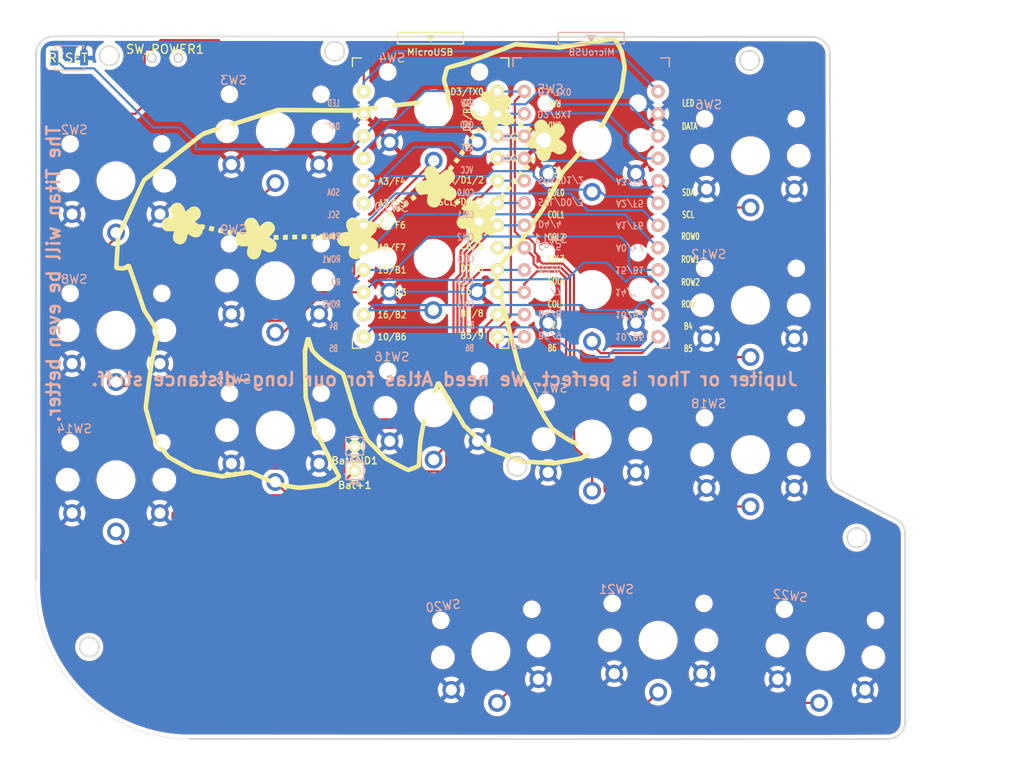
<source format=kicad_pcb>
(kicad_pcb (version 20211014) (generator pcbnew)
  (layers (0 "F.Cu" signal) (31 "B.Cu" signal) (34 "B.Paste" user) (35 "F.Paste" user) (36 "B.SilkS" user "B.Silkscreen") (37 "F.SilkS" user "F.Silkscreen") (38 "B.Mask" user) (39 "F.Mask" user) (44 "Edge.Cuts" user))
  (net 0 "")
  (net 1 "BT+")
  (net 2 "gnd")
  (net 3 "vcc")
  (net 4 "Switch18")
  (net 5 "reset")
  (net 6 "Switch1")
  (net 7 "Switch2")
  (net 8 "Switch3")
  (net 9 "Switch4")
  (net 10 "Switch5")
  (net 11 "Switch6")
  (net 12 "Switch7")
  (net 13 "Switch8")
  (net 14 "Switch9")
  (net 15 "Switch10")
  (net 16 "Switch11")
  (net 17 "Switch12")
  (net 18 "Switch13")
  (net 19 "Switch14")
  (net 20 "Switch15")
  (net 21 "Switch16")
  (net 22 "Switch17")
  (net 23 "Net-(SW_POWER1-Pad1)")
  (net 24 "raw")
  (footprint "kbd:1pin_conn" (layer "F.Cu") (at 56.896 67.564)
    (fp_text reference "Bat+1")
    (fp_text value "MountingHole_Pad" hide)
  )
  (footprint "kbd:1pin_conn" (layer "F.Cu") (at 56.896 64.77)
    (fp_text reference "BatGND1")
    (fp_text value "MountingHole_Pad" hide)
  )
  (footprint "Kailh:SW_PG1350_rev_DPB" (layer "F.Cu") (at 29.718 34.552)
    (fp_text reference "SW2" hide)
    (fp_text value "SW_Push" hide)
  )
  (footprint "Kailh:SW_PG1350_rev_DPB" (layer "F.Cu") (at 47.852 28.906)
    (fp_text reference "SW3" hide)
    (fp_text value "SW_Push" hide)
  )
  (footprint "Kailh:SW_PG1350_rev_DPB" (layer "F.Cu") (at 65.886 26.366)
    (fp_text reference "SW4" hide)
    (fp_text value "SW_Push" hide)
  )
  (footprint "Kailh:SW_PG1350_rev_DPB" (layer "F.Cu") (at 83.92 29.922)
    (fp_text reference "SW5" hide)
    (fp_text value "SW_Push" hide)
  )
  (footprint "Kailh:SW_PG1350_rev_DPB" (layer "F.Cu") (at 101.954 31.7)
    (fp_text reference "SW6" hide)
    (fp_text value "SW_Push" hide)
  )
  (footprint "Kailh:SW_PG1350_rev_DPB" (layer "F.Cu") (at 29.718 51.57)
    (fp_text reference "SW8" hide)
    (fp_text value "SW_Push" hide)
  )
  (footprint "Kailh:SW_PG1350_rev_DPB" (layer "F.Cu") (at 47.852 45.924)
    (fp_text reference "SW9" hide)
    (fp_text value "SW_Push" hide)
  )
  (footprint "Kailh:SW_PG1350_rev_DPB" (layer "F.Cu") (at 65.836 43.384)
    (fp_text reference "SW10" hide)
    (fp_text value "SW_Push" hide)
  )
  (footprint "Kailh:SW_PG1350_rev_DPB" (layer "F.Cu") (at 83.92 46.94)
    (fp_text reference "SW11" hide)
    (fp_text value "SW_Push" hide)
  )
  (footprint "Kailh:SW_PG1350_rev_DPB" (layer "F.Cu") (at 101.954 48.718)
    (fp_text reference "SW12" hide)
    (fp_text value "SW_Push" hide)
  )
  (footprint "Kailh:SW_PG1350_rev_DPB" (layer "F.Cu") (at 29.718 68.588)
    (fp_text reference "SW14" hide)
    (fp_text value "SW_Push" hide)
  )
  (footprint "Kailh:SW_PG1350_rev_DPB" (layer "F.Cu") (at 47.852 62.942)
    (fp_text reference "SW15" hide)
    (fp_text value "SW_Push" hide)
  )
  (footprint "Kailh:SW_PG1350_rev_DPB" (layer "F.Cu") (at 65.886 60.402)
    (fp_text reference "SW16" hide)
    (fp_text value "SW_Push" hide)
  )
  (footprint "Kailh:SW_PG1350_rev_DPB" (layer "F.Cu") (at 83.92 63.958)
    (fp_text reference "SW17" hide)
    (fp_text value "SW_Push" hide)
  )
  (footprint "Kailh:SW_PG1350_rev_DPB" (layer "F.Cu") (at 101.954 65.736)
    (fp_text reference "SW18" hide)
    (fp_text value "SW_Push" hide)
  )
  (footprint "Kailh:SW_PG1350_rev_DPB" (layer "F.Cu") (at 72.39 88.138 7)
    (fp_text reference "SW20" hide)
    (fp_text value "SW_Push" hide)
  )
  (footprint "Kailh:SW_PG1350_rev_DPB" (layer "F.Cu") (at 91.44 86.868)
    (fp_text reference "SW21" hide)
    (fp_text value "SW_Push" hide)
  )
  (footprint "Kailh:SPDT_C128955" (layer "F.Cu") (at 35.306 20.574)
    (fp_text reference "SW_POWER1")
    (fp_text value "SW_SPDT")
  )
  (footprint "Kailh:SW_PG1350_rev_DPB" (layer "F.Cu") (at 110.49 88.138 -7)
    (fp_text reference "SW22" hide)
    (fp_text value "SW_Push" hide)
  )
  (footprint "kbd:ProMicro_v3.5" (layer "F.Cu") (at 65.532 38.862)
    (fp_text reference "U1" hide)
    (fp_text value "ProMicro-kbd" hide)
  )
  (footprint "kbd:bear" (layer "F.Cu") (at 58.674 43.942)
    (fp_text reference "G***" hide)
    (fp_text value "LOGO" hide)
  )
  (footprint "kbd:SW_SPST_B3U-1000P" (layer "B.Cu") (at 24.384 20.574 180)
    (fp_text reference "RSW1" hide)
    (fp_text value "SW_Push")
  )
  (footprint "kbd:ProMicro_v3.5" (layer "B.Cu") (at 83.82 38.862 180)
    (fp_text reference "U1" hide)
    (fp_text value "ProMicro-kbd" hide)
  )
  (gr_circle (center 26.67 87.63) (end 27.77 87.63) (layer "Edge.Cuts") (width 0.2) (fill none))
  (gr_circle (center 75.354 67.056) (end 76.454 67.056) (layer "Edge.Cuts") (width 0.2) (fill none))
  (gr_circle (center 54.61 19.812) (end 55.71 19.812) (layer "Edge.Cuts") (width 0.2) (fill none))
  (gr_line (start 108.980713 98.138013) (end 117.567999 98.1079) (layer "Edge.Cuts") (width 0.2))
  (gr_arc (start 119.567999 96.1079) (mid 118.982213 97.522114) (end 117.567999 98.1079) (layer "Edge.Cuts") (width 0.2))
  (gr_circle (center 28.956 20.32) (end 30.056 20.32) (layer "Edge.Cuts") (width 0.2) (fill none))
  (gr_arc (start 118.851768 73.258298) (mid 119.380116 73.945596) (end 119.567999 74.7919) (layer "Edge.Cuts") (width 0.2))
  (gr_circle (center 101.847999 20.8539) (end 102.947999 20.8539) (layer "Edge.Cuts") (width 0.2) (fill none))
  (gr_line (start 108.999525 18.1764) (end 22.611511 18.109402) (layer "Edge.Cuts") (width 0.2))
  (gr_circle (center 114.046 75.184) (end 115.146 75.184) (layer "Edge.Cuts") (width 0.2) (fill none))
  (gr_arc (start 38.1 98.1) (mid 25.523719 92.783673) (end 20.574 80.058641) (layer "Edge.Cuts") (width 0.05))
  (gr_line (start 20.609999 20.1094) (end 20.574 80.058641) (layer "Edge.Cuts") (width 0.2))
  (gr_line (start 118.851768 73.258298) (end 111.79623 69.596) (layer "Edge.Cuts") (width 0.2))
  (gr_line (start 38.1 98.1) (end 108.980713 98.138013) (layer "Edge.Cuts") (width 0.2))
  (gr_line (start 119.567999 96.1079) (end 119.567999 74.7919) (layer "Edge.Cuts") (width 0.2))
  (gr_arc (start 108.999525 18.1764) (mid 110.412752 18.762725) (end 110.998 20.176399) (layer "Edge.Cuts") (width 0.2))
  (gr_arc (start 20.61 20.109391) (mid 21.196119 18.694444) (end 22.611511 18.109402) (layer "Edge.Cuts") (width 0.2))
  (gr_arc (start 111.79623 69.596) (mid 111.267882 68.908702) (end 111.079999 68.062398) (layer "Edge.Cuts") (width 0.2))
  (gr_line (start 111.079999 68.062398) (end 110.998 20.176399) (layer "Edge.Cuts") (width 0.2))
  (gr_text "Jupiter or Thor is perfect. We need Atlas for our long-distance stuff. " (at 66.548 57.15) (layer "B.SilkS") (effects (font (size 1.5 1.5) (thickness 0.3)) (justify mirror)))
  (gr_text "The Titan will be even better. " (at 22.606 45.72 90) (layer "B.SilkS") (effects (font (size 1.5 1.5) (thickness 0.3)) (justify mirror)))
  (segment (start 22.86 77.216) (end 21.59 75.946) (width 0.25) (layer "F.Cu") (net 1))
  (segment (start 37.059021 74.575389) (end 34.41841 77.216) (width 0.25) (layer "F.Cu") (net 1))
  (segment (start 37.059021 72.797389) (end 37.059021 74.575389) (width 0.25) (layer "F.Cu") (net 1))
  (segment (start 31.918 26.924) (end 34.556 24.286) (width 0.25) (layer "F.Cu") (net 1))
  (segment (start 34.41841 77.216) (end 22.86 77.216) (width 0.25) (layer "F.Cu") (net 1))
  (segment (start 56.896 67.564) (end 53.65199 70.80801) (width 0.25) (layer "F.Cu") (net 1))
  (segment (start 53.65199 70.80801) (end 39.0484 70.80801) (width 0.25) (layer "F.Cu") (net 1))
  (segment (start 21.844 26.924) (end 31.918 26.924) (width 0.25) (layer "F.Cu") (net 1))
  (segment (start 21.59 75.946) (end 21.59 27.178) (width 0.25) (layer "F.Cu") (net 1))
  (segment (start 39.0484 70.80801) (end 37.059021 72.797389) (width 0.25) (layer "F.Cu") (net 1))
  (segment (start 21.59 27.178) (end 21.844 26.924) (width 0.25) (layer "F.Cu") (net 1))
  (segment (start 34.556 24.286) (end 34.556 22.649) (width 0.25) (layer "F.Cu") (net 1))
  (segment (start 73.1434 29.464) (end 76.2086 29.464) (width 0.25) (layer "B.Cu") (net 2))
  (segment (start 73.1434 32.004) (end 76.2086 32.004) (width 0.25) (layer "B.Cu") (net 2))
  (segment (start 78.92 49.724) (end 88.92 49.724) (width 0.25) (layer "B.Cu") (net 2))
  (segment (start 70.836 47.184) (end 60.836 47.184) (width 0.25) (layer "B.Cu") (net 2))
  (segment (start 89.761666 32.004) (end 91.4286 32.004) (width 0.25) (layer "B.Cu") (net 3))
  (segment (start 64.949538 28.448) (end 72.550638 28.448) (width 0.25) (layer "B.Cu") (net 3))
  (segment (start 88.060833 29.287167) (end 88.060833 30.303167) (width 0.25) (layer "B.Cu") (net 3))
  (segment (start 57.9234 32.004) (end 57.9234 31.143918) (width 0.25) (layer "B.Cu") (net 3))
  (segment (start 87.806833 29.033167) (end 87.884 28.956) (width 0.25) (layer "B.Cu") (net 3))
  (segment (start 87.806833 29.033167) (end 88.060833 29.287167) (width 0.25) (layer "B.Cu") (net 3))
  (segment (start 64.695538 28.194) (end 64.949538 28.448) (width 0.25) (layer "B.Cu") (net 3))
  (segment (start 77.391666 28.194) (end 78.719167 26.866499) (width 0.25) (layer "B.Cu") (net 3))
  (segment (start 72.804638 28.194) (end 77.391666 28.194) (width 0.25) (layer "B.Cu") (net 3))
  (segment (start 85.640165 26.866499) (end 87.806833 29.033167) (width 0.25) (layer "B.Cu") (net 3))
  (segment (start 60.873318 28.194) (end 64.695538 28.194) (width 0.25) (layer "B.Cu") (net 3))
  (segment (start 57.9234 31.143918) (end 60.873318 28.194) (width 0.25) (layer "B.Cu") (net 3))
  (segment (start 78.719167 26.866499) (end 85.640165 26.866499) (width 0.25) (layer "B.Cu") (net 3))
  (segment (start 88.060833 30.303167) (end 89.761666 32.004) (width 0.25) (layer "B.Cu") (net 3))
  (segment (start 72.550638 28.448) (end 72.804638 28.194) (width 0.25) (layer "B.Cu") (net 3))
  (segment (start 72.69339 58.8518) (end 73.20999 59.3684) (width 0.25) (layer "F.Cu") (net 4))
  (segment (start 73.20999 82.86199) (end 73.853901 83.505901) (width 0.25) (layer "F.Cu") (net 4))
  (segment (start 108.21802 93.994022) (end 107.202021 95.010021) (width 0.25) (layer "F.Cu") (net 4))
  (segment (start 73.853901 83.505901) (end 75.123901 83.505901) (width 0.25) (layer "F.Cu") (net 4))
  (segment (start 72.056399 51.802239) (end 72.056399 52.845761) (width 0.25) (layer "F.Cu") (net 4))
  (segment (start 74.671589 28.452189) (end 74.671589 49.900409) (width 0.25) (layer "F.Cu") (net 4))
  (segment (start 72.056399 52.845761) (end 72.69339 53.482752) (width 0.25) (layer "F.Cu") (net 4))
  (segment (start 73.1434 26.924) (end 74.671589 28.452189) (width 0.25) (layer "F.Cu") (net 4))
  (segment (start 74.671589 49.900409) (end 73.334999 51.236999) (width 0.25) (layer "F.Cu") (net 4))
  (segment (start 75.123901 83.505901) (end 75.184 83.566) (width 0.25) (layer "F.Cu") (net 4))
  (segment (start 72.621639 51.236999) (end 72.056399 51.802239) (width 0.25) (layer "F.Cu") (net 4))
  (segment (start 75.387511 83.769511) (end 75.184 83.566) (width 0.25) (layer "F.Cu") (net 4))
  (segment (start 75.387511 90.881511) (end 75.387511 90.627511) (width 0.25) (layer "F.Cu") (net 4))
  (segment (start 72.69339 53.482752) (end 72.69339 58.8518) (width 0.25) (layer "F.Cu") (net 4))
  (segment (start 77.230021 95.010021) (end 107.202021 95.010021) (width 0.25) (layer "F.Cu") (net 4))
  (segment (start 73.20999 59.3684) (end 73.20999 82.86199) (width 0.25) (layer "F.Cu") (net 4))
  (segment (start 109.770971 93.994022) (end 108.21802 93.994022) (width 0.25) (layer "F.Cu") (net 4))
  (segment (start 75.387511 90.627511) (end 75.387511 83.769511) (width 0.25) (layer "F.Cu") (net 4))
  (segment (start 75.387511 90.627511) (end 75.387511 93.167511) (width 0.25) (layer "F.Cu") (net 4))
  (segment (start 75.387511 93.167511) (end 77.230021 95.010021) (width 0.25) (layer "F.Cu") (net 4))
  (segment (start 73.334999 51.236999) (end 72.621639 51.236999) (width 0.25) (layer "F.Cu") (net 4))
  (segment (start 73.1434 26.924) (end 76.2086 26.924) (width 0.25) (layer "B.Cu") (net 4))
  (segment (start 56.441899 30.945501) (end 38.804499 30.945501) (width 0.25) (layer "B.Cu") (net 5))
  (segment (start 76.364363 25.836999) (end 77.724 24.477362) (width 0.25) (layer "B.Cu") (net 5))
  (segment (start 61.691637 27.541901) (end 64.907039 24.326499) (width 0.25) (layer "B.Cu") (net 5))
  (segment (start 80.081001 25.836999) (end 88.091333 25.836999) (width 0.25) (layer "B.Cu") (net 5))
  (segment (start 59.845499 27.541901) (end 61.691637 27.541901) (width 0.25) (layer "B.Cu") (net 5))
  (segment (start 33.925023 28.474977) (end 27.199047 21.749001) (width 0.25) (layer "B.Cu") (net 5))
  (segment (start 71.316499 24.326499) (end 72.826999 25.836999) (width 0.25) (layer "B.Cu") (net 5))
  (segment (start 77.724 24.477362) (end 78.721364 24.477362) (width 0.25) (layer "B.Cu") (net 5))
  (segment (start 27.199047 21.749001) (end 23.859001 21.749001) (width 0.25) (layer "B.Cu") (net 5))
  (segment (start 23.859001 21.749001) (end 22.684 20.574) (width 0.25) (layer "B.Cu") (net 5))
  (segment (start 64.907039 24.326499) (end 71.316499 24.326499) (width 0.25) (layer "B.Cu") (net 5))
  (segment (start 57.9234 29.464) (end 59.845499 27.541901) (width 0.25) (layer "B.Cu") (net 5))
  (segment (start 78.721364 24.477362) (end 80.081001 25.836999) (width 0.25) (layer "B.Cu") (net 5))
  (segment (start 38.804499 30.354453) (end 38.804499 30.945501) (width 0.25) (layer "B.Cu") (net 5))
  (segment (start 72.826999 25.836999) (end 76.364363 25.836999) (width 0.25) (layer "B.Cu") (net 5))
  (segment (start 33.925023 28.474977) (end 36.925023 28.474977) (width 0.25) (layer "B.Cu") (net 5))
  (segment (start 36.925023 28.474977) (end 38.804499 30.354453) (width 0.25) (layer "B.Cu") (net 5))
  (segment (start 88.091333 25.836999) (end 91.4286 29.174266) (width 0.25) (layer "B.Cu") (net 5))
  (segment (start 57.9234 29.464) (end 56.441899 30.945501) (width 0.25) (layer "B.Cu") (net 5))
  (segment (start 91.4286 29.174266) (end 91.4286 29.464) (width 0.25) (layer "B.Cu") (net 5))
  (segment (start 22.098 47.352) (end 22.098 75.692) (width 0.25) (layer "F.Cu") (net 6))
  (segment (start 55.872499 63.761501) (end 56.95399 62.68001) (width 0.25) (layer "F.Cu") (net 6))
  (segment (start 61.6276 62.68001) (end 64.436999 65.489409) (width 0.25) (layer "F.Cu") (net 6))
  (segment (start 29.818 40.902) (end 24.685 46.035) (width 0.25) (layer "F.Cu") (net 6))
  (segment (start 23.415 46.035) (end 22.098 47.352) (width 0.25) (layer "F.Cu") (net 6))
  (segment (start 23.114 76.708) (end 34.29 76.708) (width 0.25) (layer "F.Cu") (net 6))
  (segment (start 64.436999 67.135001) (end 64.944999 67.643001) (width 0.25) (layer "F.Cu") (net 6))
  (segment (start 53.086 70.358) (end 55.769446 67.674554) (width 0.25) (layer "F.Cu") (net 6))
  (segment (start 67.332341 67.033659) (end 67.332341 65.307657) (width 0.25) (layer "F.Cu") (net 6))
  (segment (start 56.95399 62.68001) (end 61.6276 62.68001) (width 0.25) (layer "F.Cu") (net 6))
  (segment (start 64.436999 65.489409) (end 64.436999 67.135001) (width 0.25) (layer "F.Cu") (net 6))
  (segment (start 55.872499 64.278719) (end 55.872499 63.761501) (width 0.25) (layer "F.Cu") (net 6))
  (segment (start 34.29 76.708) (end 36.609011 74.388989) (width 0.25) (layer "F.Cu") (net 6))
  (segment (start 55.769446 67.674554) (end 55.769446 64.372554) (width 0.25) (layer "F.Cu") (net 6))
  (segment (start 22.098 75.692) (end 23.114 76.708) (width 0.25) (layer "F.Cu") (net 6))
  (segment (start 55.769446 64.372554) (end 55.863281 64.278719) (width 0.25) (layer "F.Cu") (net 6))
  (segment (start 67.332341 65.307657) (end 69.494999 63.144999) (width 0.25) (layer "F.Cu") (net 6))
  (segment (start 38.862 70.358) (end 53.086 70.358) (width 0.25) (layer "F.Cu") (net 6))
  (segment (start 69.494999 63.144999) (end 69.494999 46.540319) (width 0.25) (layer "F.Cu") (net 6))
  (segment (start 66.722999 67.643001) (end 67.332341 67.033659) (width 0.25) (layer "F.Cu") (net 6))
  (segment (start 36.609011 74.388989) (end 36.609011 72.610989) (width 0.25) (layer "F.Cu") (net 6))
  (segment (start 64.944999 67.643001) (end 66.722999 67.643001) (width 0.25) (layer "F.Cu") (net 6))
  (segment (start 55.863281 64.278719) (end 55.872499 64.278719) (width 0.25) (layer "F.Cu") (net 6))
  (segment (start 24.685 46.035) (end 23.415 46.035) (width 0.25) (layer "F.Cu") (net 6))
  (segment (start 69.494999 46.540319) (end 71.331318 44.704) (width 0.25) (layer "F.Cu") (net 6))
  (segment (start 71.331318 44.704) (end 73.1434 44.704) (width 0.25) (layer "F.Cu") (net 6))
  (segment (start 36.609011 72.610989) (end 38.862 70.358) (width 0.25) (layer "F.Cu") (net 6))
  (segment (start 73.1434 44.704) (end 76.2086 44.704) (width 0.25) (layer "B.Cu") (net 6))
  (segment (start 45.466 37.192) (end 45.466 46.99) (width 0.25) (layer "F.Cu") (net 7))
  (segment (start 54.825521 47.236639) (end 56.836399 45.225761) (width 0.25) (layer "F.Cu") (net 7))
  (segment (start 49.593277 49.725221) (end 52.081859 47.236639) (width 0.25) (layer "F.Cu") (net 7))
  (segment (start 47.852 34.806) (end 45.466 37.192) (width 0.25) (layer "F.Cu") (net 7))
  (segment (start 52.081859 47.236639) (end 54.825521 47.236639) (width 0.25) (layer "F.Cu") (net 7))
  (segment (start 45.466 46.99) (end 48.201221 49.725221) (width 0.25) (layer "F.Cu") (net 7))
  (segment (start 56.836399 43.251001) (end 57.9234 42.164) (width 0.25) (layer "F.Cu") (net 7))
  (segment (start 48.201221 49.725221) (end 49.593277 49.725221) (width 0.25) (layer "F.Cu") (net 7))
  (segment (start 56.836399 45.225761) (end 56.836399 43.251001) (width 0.25) (layer "F.Cu") (net 7))
  (segment (start 62.650347 38.363699) (end 58.850046 42.164) (width 0.25) (layer "B.Cu") (net 7))
  (segment (start 91.4286 42.164) (end 87.628299 38.363699) (width 0.25) (layer "B.Cu") (net 7))
  (segment (start 58.850046 42.164) (end 57.9234 42.164) (width 0.25) (layer "B.Cu") (net 7))
  (segment (start 87.628299 38.363699) (end 62.650347 38.363699) (width 0.25) (layer "B.Cu") (net 7))
  (segment (start 58.528 39.624) (end 57.9234 39.624) (width 0.25) (layer "F.Cu") (net 8))
  (segment (start 65.886 32.266) (end 58.528 39.624) (width 0.25) (layer "F.Cu") (net 8))
  (segment (start 83.379689 37.913689) (end 89.718289 37.913689) (width 0.25) (layer "B.Cu") (net 8))
  (segment (start 61.550401 35.996999) (end 81.462999 35.996999) (width 0.25) (layer "B.Cu") (net 8))
  (segment (start 89.718289 37.913689) (end 91.4286 39.624) (width 0.25) (layer "B.Cu") (net 8))
  (segment (start 57.9234 39.624) (end 61.550401 35.996999) (width 0.25) (layer "B.Cu") (net 8))
  (segment (start 81.462999 35.996999) (end 83.379689 37.913689) (width 0.25) (layer "B.Cu") (net 8))
  (segment (start 83.92 35.822) (end 84.936 35.822) (width 0.25) (layer "B.Cu") (net 9))
  (segment (start 72.056399 34.022239) (end 72.621639 33.456999) (width 0.25) (layer "B.Cu") (net 9))
  (segment (start 85.436 36.322) (end 90.666601 36.322001) (width 0.25) (layer "B.Cu") (net 9))
  (segment (start 78.820351 35.546989) (end 83.644989 35.546989) (width 0.25) (layer "B.Cu") (net 9))
  (segment (start 77.287001 34.013639) (end 78.820351 35.546989) (width 0.25) (layer "B.Cu") (net 9))
  (segment (start 83.644989 35.546989) (end 83.92 35.822) (width 0.25) (layer "B.Cu") (net 9))
  (segment (start 60.985161 34.022239) (end 72.056399 34.022239) (width 0.25) (layer "B.Cu") (net 9))
  (segment (start 72.621639 33.456999) (end 77.287001 33.456999) (width 0.25) (layer "B.Cu") (net 9))
  (segment (start 57.9234 37.084) (end 60.985161 34.022239) (width 0.25) (layer "B.Cu") (net 9))
  (segment (start 90.666601 36.322001) (end 91.4286 37.084) (width 0.25) (layer "B.Cu") (net 9))
  (segment (start 77.287001 33.456999) (end 77.287001 34.013639) (width 0.25) (layer "B.Cu") (net 9))
  (segment (start 84.936 35.822) (end 85.436 36.322) (width 0.25) (layer "B.Cu") (net 9))
  (segment (start 101.954 37.6) (end 94.4846 37.6) (width 0.25) (layer "F.Cu") (net 10))
  (segment (start 94.4846 37.6) (end 91.4286 34.544) (width 0.25) (layer "F.Cu") (net 10))
  (segment (start 71.374 31.75) (end 71.882 31.242) (width 0.25) (layer "B.Cu") (net 10))
  (segment (start 90.666601 35.305999) (end 91.4286 34.544) (width 0.25) (layer "B.Cu") (net 10))
  (segment (start 84.290769 32.295231) (end 86.539538 34.544) (width 0.25) (layer "B.Cu") (net 10))
  (segment (start 86.539538 34.544) (end 87.63 34.544) (width 0.25) (layer "B.Cu") (net 10))
  (segment (start 67.818 30.734) (end 68.834 31.75) (width 0.25) (layer "B.Cu") (net 10))
  (segment (start 57.9234 34.544) (end 59.82699 34.544) (width 0.25) (layer "B.Cu") (net 10))
  (segment (start 71.882 31.242) (end 72.296638 31.242) (width 0.25) (layer "B.Cu") (net 10))
  (segment (start 59.82699 34.544) (end 63.63699 30.734) (width 0.25) (layer "B.Cu") (net 10))
  (segment (start 72.621639 30.916999) (end 77.033001 30.916999) (width 0.25) (layer "B.Cu") (net 10))
  (segment (start 77.033001 30.916999) (end 78.411233 32.295231) (width 0.25) (layer "B.Cu") (net 10))
  (segment (start 63.63699 30.734) (end 67.818 30.734) (width 0.25) (layer "B.Cu") (net 10))
  (segment (start 88.391999 35.305999) (end 90.666601 35.305999) (width 0.25) (layer "B.Cu") (net 10))
  (segment (start 72.296638 31.242) (end 72.621639 30.916999) (width 0.25) (layer "B.Cu") (net 10))
  (segment (start 68.834 31.75) (end 71.374 31.75) (width 0.25) (layer "B.Cu") (net 10))
  (segment (start 78.411233 32.295231) (end 84.290769 32.295231) (width 0.25) (layer "B.Cu") (net 10))
  (segment (start 87.63 34.544) (end 88.391999 35.305999) (width 0.25) (layer "B.Cu") (net 10))
  (segment (start 52.268259 47.686649) (end 55.062259 47.686649) (width 0.25) (layer "F.Cu") (net 11))
  (segment (start 46.238231 50.556231) (end 47.135087 50.556231) (width 0.25) (layer "F.Cu") (net 11))
  (segment (start 29.818 57.92) (end 38.874462 57.92) (width 0.25) (layer "F.Cu") (net 11))
  (segment (start 55.062259 47.686649) (end 57.9234 44.825508) (width 0.25) (layer "F.Cu") (net 11))
  (segment (start 49.466999 50.482999) (end 49.657998 50.292) (width 0.25) (layer "F.Cu") (net 11))
  (segment (start 47.135087 50.556231) (end 47.208319 50.482999) (width 0.25) (layer "F.Cu") (net 11))
  (segment (start 38.874462 57.92) (end 46.238231 50.556231) (width 0.25) (layer "F.Cu") (net 11))
  (segment (start 57.9234 44.825508) (end 57.9234 44.704) (width 0.25) (layer "F.Cu") (net 11))
  (segment (start 49.662908 50.292) (end 52.268259 47.686649) (width 0.25) (layer "F.Cu") (net 11))
  (segment (start 49.657998 50.292) (end 49.662908 50.292) (width 0.25) (layer "F.Cu") (net 11))
  (segment (start 47.208319 50.482999) (end 49.466999 50.482999) (width 0.25) (layer "F.Cu") (net 11))
  (segment (start 65.297839 40.903699) (end 87.105653 40.903699) (width 0.25) (layer "B.Cu") (net 11))
  (segment (start 88.124977 44.690977) (end 88.138 44.704) (width 0.25) (layer "B.Cu") (net 11))
  (segment (start 87.105653 40.903699) (end 88.124977 41.923023) (width 0.25) (layer "B.Cu") (net 11))
  (segment (start 88.138 44.704) (end 91.4286 44.704) (width 0.25) (layer "B.Cu") (net 11))
  (segment (start 61.497538 44.704) (end 65.297839 40.903699) (width 0.25) (layer "B.Cu") (net 11))
  (segment (start 57.9234 44.704) (end 61.497538 44.704) (width 0.25) (layer "B.Cu") (net 11))
  (segment (start 88.124977 41.923023) (end 88.124977 44.690977) (width 0.25) (layer "B.Cu") (net 11))
  (segment (start 52.454659 48.136659) (end 55.248659 48.136659) (width 0.25) (layer "F.Cu") (net 12))
  (segment (start 52.454659 48.136659) (end 48.767318 51.824) (width 0.25) (layer "F.Cu") (net 12))
  (segment (start 55.248659 48.136659) (end 56.141318 47.244) (width 0.25) (layer "F.Cu") (net 12))
  (segment (start 48.767318 51.824) (end 47.852 51.824) (width 0.25) (layer "F.Cu") (net 12))
  (segment (start 56.141318 47.244) (end 57.9234 47.244) (width 0.25) (layer "F.Cu") (net 12))
  (segment (start 76.681895 45.759769) (end 81.065769 45.759769) (width 0.25) (layer "B.Cu") (net 12))
  (segment (start 57.9234 47.244) (end 59.324401 45.842999) (width 0.25) (layer "B.Cu") (net 12))
  (segment (start 87.806833 46.051167) (end 88.392 45.466) (width 0.25) (layer "B.Cu") (net 12))
  (segment (start 88.392 45.466) (end 90.581838 45.466) (width 0.25) (layer "B.Cu") (net 12))
  (segment (start 81.065769 45.759769) (end 82.941039 43.884499) (width 0.25) (layer "B.Cu") (net 12))
  (segment (start 90.581838 45.466) (end 91.4286 46.312762) (width 0.25) (layer "B.Cu") (net 12))
  (segment (start 76.598665 45.842999) (end 76.681895 45.759769) (width 0.25) (layer "B.Cu") (net 12))
  (segment (start 91.4286 46.312762) (end 91.4286 47.244) (width 0.25) (layer "B.Cu") (net 12))
  (segment (start 85.640165 43.884499) (end 87.806833 46.051167) (width 0.25) (layer "B.Cu") (net 12))
  (segment (start 82.941039 43.884499) (end 85.640165 43.884499) (width 0.25) (layer "B.Cu") (net 12))
  (segment (start 59.324401 45.842999) (end 76.598665 45.842999) (width 0.25) (layer "B.Cu") (net 12))
  (segment (start 59.010401 48.696999) (end 82.732999 48.696999) (width 0.25) (layer "B.Cu") (net 13))
  (segment (start 83.30999 49.27399) (end 88.64801 49.27399) (width 0.25) (layer "B.Cu") (net 13))
  (segment (start 82.732999 48.696999) (end 83.30999 49.27399) (width 0.25) (layer "B.Cu") (net 13))
  (segment (start 58.4234 49.284) (end 57.9234 49.784) (width 0.25) (layer "B.Cu") (net 13))
  (segment (start 88.64801 49.27399) (end 89.539001 48.382999) (width 0.25) (layer "B.Cu") (net 13))
  (segment (start 65.836 49.284) (end 58.4234 49.284) (width 0.25) (layer "B.Cu") (net 13))
  (segment (start 90.027599 48.382999) (end 91.4286 49.784) (width 0.25) (layer "B.Cu") (net 13))
  (segment (start 57.9234 49.784) (end 59.010401 48.696999) (width 0.25) (layer "B.Cu") (net 13))
  (segment (start 89.539001 48.382999) (end 90.027599 48.382999) (width 0.25) (layer "B.Cu") (net 13))
  (segment (start 89.58461 54.16799) (end 91.4286 52.324) (width 0.25) (layer "F.Cu") (net 14))
  (segment (start 90.9286 51.824) (end 91.4286 52.324) (width 0.25) (layer "F.Cu") (net 14))
  (segment (start 84.90199 54.16799) (end 89.58461 54.16799) (width 0.25) (layer "F.Cu") (net 14))
  (segment (start 83.92 51.824) (end 83.92 53.186) (width 0.25) (layer "F.Cu") (net 14))
  (segment (start 83.92 53.186) (end 84.90199 54.16799) (width 0.25) (layer "F.Cu") (net 14))
  (segment (start 83.058 54.61) (end 85.852 54.61) (width 0.25) (layer "B.Cu") (net 14))
  (segment (start 79.248 53.086) (end 80.518 53.086) (width 0.25) (layer "B.Cu") (net 14))
  (segment (start 59.010401 51.236999) (end 77.398999 51.236999) (width 0.25) (layer "B.Cu") (net 14))
  (segment (start 82.296 53.848) (end 83.058 54.61) (width 0.25) (layer "B.Cu") (net 14))
  (segment (start 85.852 54.61) (end 85.852 54.356) (width 0.25) (layer "B.Cu") (net 14))
  (segment (start 57.9234 52.324) (end 59.010401 51.236999) (width 0.25) (layer "B.Cu") (net 14))
  (segment (start 89.9046 53.848) (end 91.4286 52.324) (width 0.25) (layer "B.Cu") (net 14))
  (segment (start 81.28 53.848) (end 82.296 53.848) (width 0.25) (layer "B.Cu") (net 14))
  (segment (start 80.518 53.086) (end 81.28 53.848) (width 0.25) (layer "B.Cu") (net 14))
  (segment (start 86.36 53.848) (end 89.9046 53.848) (width 0.25) (layer "B.Cu") (net 14))
  (segment (start 85.852 54.356) (end 86.36 53.848) (width 0.25) (layer "B.Cu") (net 14))
  (segment (start 77.398999 51.236999) (end 79.248 53.086) (width 0.25) (layer "B.Cu") (net 14))
  (segment (start 81.880499 64.862499) (end 84.074 67.056) (width 0.25) (layer "F.Cu") (net 15))
  (segment (start 84.074 67.056) (end 84.582 67.056) (width 0.25) (layer "F.Cu") (net 15))
  (segment (start 77.92431 43.63431) (end 78.267661 43.977661) (width 0.25) (layer "F.Cu") (net 15))
  (segment (start 85.344 67.818) (end 85.344 69.85) (width 0.25) (layer "F.Cu") (net 15))
  (segment (start 94.17601 70.41599) (end 94.770995 69.821005) (width 0.25) (layer "F.Cu") (net 15))
  (segment (start 77.389681 42.708671) (end 77.712691 43.031681) (width 0.25) (layer "F.Cu") (net 15))
  (segment (start 77.712691 43.031681) (end 77.712691 43.802281) (width 0.25) (layer "F.Cu") (net 15))
  (segment (start 94.9364 64.88759) (end 94.9364 60.19876) (width 0.25) (layer "F.Cu") (net 15))
  (segment (start 94.9364 60.19876) (end 100.51716 54.618) (width 0.25) (layer "F.Cu") (net 15))
  (segment (start 75.121599 25.471001) (end 75.121599 40.323599) (width 0.25) (layer "F.Cu") (net 15))
  (segment (start 80.553661 43.977661) (end 81.857659 45.281659) (width 0.25) (layer "F.Cu") (net 15))
  (segment (start 77.389681 42.708671) (end 77.92431 43.2433) (width 0.25) (layer "F.Cu") (net 15))
  (segment (start 75.121599 40.323599) (end 75.874999 41.076999) (width 0.25) (layer "F.Cu") (net 15))
  (segment (start 76.730361 41.076999) (end 77.389681 41.736319) (width 0.25) (layer "F.Cu") (net 15))
  (segment (start 85.344 69.85) (end 85.90999 70.41599) (width 0.25) (layer "F.Cu") (net 15))
  (segment (start 75.874999 41.076999) (end 76.730361 41.076999) (width 0.25) (layer "F.Cu") (net 15))
  (segment (start 78.267661 43.977661) (end 80.553661 43.977661) (width 0.25) (layer "F.Cu") (net 15))
  (segment (start 94.770995 69.821005) (end 94.770995 65.052995) (width 0.25) (layer "F.Cu") (net 15))
  (segment (start 77.92431 43.2433) (end 77.92431 43.63431) (width 0.25) (layer "F.Cu") (net 15))
  (segment (start 94.770995 65.052995) (end 94.9364 64.88759) (width 0.25) (layer "F.Cu") (net 15))
  (segment (start 77.389681 41.736319) (end 77.389681 42.708671) (width 0.25) (layer "F.Cu") (net 15))
  (segment (start 81.857659 45.281659) (end 81.857659 52.647659) (width 0.25) (layer "F.Cu") (net 15))
  (segment (start 81.857659 52.647659) (end 81.880499 52.670499) (width 0.25) (layer "F.Cu") (net 15))
  (segment (start 85.90999 70.41599) (end 94.17601 70.41599) (width 0.25) (layer "F.Cu") (net 15))
  (segment (start 76.2086 24.384) (end 75.121599 25.471001) (width 0.25) (layer "F.Cu") (net 15))
  (segment (start 81.880499 52.670499) (end 81.880499 64.862499) (width 0.25) (layer "F.Cu") (net 15))
  (segment (start 84.582 67.056) (end 85.344 67.818) (width 0.25) (layer "F.Cu") (net 15))
  (segment (start 100.51716 54.618) (end 101.954 54.618) (width 0.25) (layer "F.Cu") (net 15))
  (segment (start 73.1434 24.384) (end 76.2086 24.384) (width 0.25) (layer "B.Cu") (net 15))
  (segment (start 52.46202 69.45798) (end 50.15398 69.45798) (width 0.25) (layer "F.Cu") (net 16))
  (segment (start 49.784 68.092462) (end 49.011769 67.320231) (width 0.25) (layer "F.Cu") (net 16))
  (segment (start 68.14497 62.53662) (end 66.6156 64.06599) (width 0.25) (layer "F.Cu") (net 16))
  (segment (start 61.94241 61.722) (end 56.388 61.722) (width 0.25) (layer "F.Cu") (net 16))
  (segment (start 64.2864 64.06599) (end 61.94241 61.722) (width 0.25) (layer "F.Cu") (net 16))
  (segment (start 54.869426 63.240574) (end 54.869426 67.050574) (width 0.25) (layer "F.Cu") (net 16))
  (segment (start 36.159001 74.076999) (end 34.163 76.073) (width 0.25) (layer "F.Cu") (net 16))
  (segment (start 54.869426 67.050574) (end 52.46202 69.45798) (width 0.25) (layer "F.Cu") (net 16))
  (segment (start 33.97801 76.25799) (end 31.13799 76.25799) (width 0.25) (layer "F.Cu") (net 16))
  (segment (start 31.13799 76.25799) (end 31.034 76.154) (width 0.25) (layer "F.Cu") (net 16))
  (segment (start 73.1434 34.544) (end 71.2427 36.4447) (width 0.25) (layer "F.Cu") (net 16))
  (segment (start 36.159001 72.424589) (end 36.159001 74.076999) (width 0.25) (layer "F.Cu") (net 16))
  (segment (start 70.7433 36.4447) (end 70.235699 36.952301) (width 0.25) (layer "F.Cu") (net 16))
  (segment (start 34.08202 76.2) (end 34.036 76.2) (width 0.25) (layer "F.Cu") (net 16))
  (segment (start 46.597359 67.320231) (end 44.131795 69.785795) (width 0.25) (layer "F.Cu") (net 16))
  (segment (start 49.011769 67.320231) (end 46.597359 67.320231) (width 0.25) (layer "F.Cu") (net 16))
  (segment (start 34.163 76.073) (end 33.97801 76.25799) (width 0.25) (layer "F.Cu") (net 16))
  (segment (start 38.797795 69.785795) (end 36.159001 72.424589) (width 0.25) (layer "F.Cu") (net 16))
  (segment (start 31.034 76.154) (end 29.818 74.938) (width 0.25) (layer "F.Cu") (net 16))
  (segment (start 49.784 69.088) (end 49.784 68.092462) (width 0.25) (layer "F.Cu") (net 16))
  (segment (start 70.235699 36.952301) (end 70.235699 41.258881) (width 0.25) (layer "F.Cu") (net 16))
  (segment (start 44.131795 69.785795) (end 38.797795 69.785795) (width 0.25) (layer "F.Cu") (net 16))
  (segment (start 50.15398 69.45798) (end 49.784 69.088) (width 0.25) (layer "F.Cu") (net 16))
  (segment (start 68.144971 45.981117) (end 68.14497 62.53662) (width 0.25) (layer "F.Cu") (net 16))
  (segment (start 68.94568 42.5489) (end 68.94568 45.180408) (width 0.25) (layer "F.Cu") (net 16))
  (segment (start 71.2427 36.4447) (end 70.7433 36.4447) (width 0.25) (layer "F.Cu") (net 16))
  (segment (start 68.94568 45.180408) (end 68.144971 45.981117) (width 0.25) (layer "F.Cu") (net 16))
  (segment (start 70.235699 41.258881) (end 68.94568 42.5489) (width 0.25) (layer "F.Cu") (net 16))
  (segment (start 34.036 76.2) (end 34.163 76.073) (width 0.25) (layer "F.Cu") (net 16))
  (segment (start 66.6156 64.06599) (end 64.2864 64.06599) (width 0.25) (layer "F.Cu") (net 16))
  (segment (start 56.388 61.722) (end 54.869426 63.240574) (width 0.25) (layer "F.Cu") (net 16))
  (segment (start 73.1434 34.544) (end 76.2086 34.544) (width 0.25) (layer "B.Cu") (net 16))
  (segment (start 48.91799 69.90799) (end 52.8996 69.90799) (width 0.25) (layer "F.Cu") (net 17))
  (segment (start 66.802 64.516) (end 68.594979 62.723021) (width 0.25) (layer "F.Cu") (net 17))
  (segment (start 69.39569 42.7353) (end 72.056399 40.074591) (width 0.25) (layer "F.Cu") (net 17))
  (segment (start 69.39569 45.366808) (end 69.39569 42.7353) (width 0.25) (layer "F.Cu") (net 17))
  (segment (start 55.319436 67.488154) (end 55.319436 63.552564) (width 0.25) (layer "F.Cu") (net 17))
  (segment (start 72.056399 38.171001) (end 73.1434 37.084) (width 0.25) (layer "F.Cu") (net 17))
  (segment (start 61.814001 62.230001) (end 64.1 64.516) (width 0.25) (layer "F.Cu") (net 17))
  (segment (start 55.319436 63.552564) (end 56.642 62.23) (width 0.25) (layer "F.Cu") (net 17))
  (segment (start 56.642 62.23) (end 61.814001 62.230001) (width 0.25) (layer "F.Cu") (net 17))
  (segment (start 68.59498 46.167518) (end 69.39569 45.366808) (width 0.25) (layer "F.Cu") (net 17))
  (segment (start 72.056399 40.074591) (end 72.056399 38.171001) (width 0.25) (layer "F.Cu") (net 17))
  (segment (start 64.1 64.516) (end 66.802 64.516) (width 0.25) (layer "F.Cu") (net 17))
  (segment (start 47.852 68.842) (end 48.91799 69.90799) (width 0.25) (layer "F.Cu") (net 17))
  (segment (start 52.8996 69.90799) (end 55.319436 67.488154) (width 0.25) (layer "F.Cu") (net 17))
  (segment (start 68.594979 62.723021) (end 68.59498 46.167518) (width 0.25) (layer "F.Cu") (net 17))
  (segment (start 73.1434 37.084) (end 76.2086 37.084) (width 0.25) (layer "B.Cu") (net 17))
  (segment (start 65.886 66.117588) (end 69.044989 62.958599) (width 0.25) (layer "F.Cu") (net 18))
  (segment (start 69.8457 42.9217) (end 73.1434 39.624) (width 0.25) (layer "F.Cu") (net 18))
  (segment (start 69.044989 62.958599) (end 69.044989 46.353919) (width 0.25) (layer "F.Cu") (net 18))
  (segment (start 69.8457 45.553208) (end 69.8457 42.9217) (width 0.25) (layer "F.Cu") (net 18))
  (segment (start 69.044989 46.353919) (end 69.8457 45.553208) (width 0.25) (layer "F.Cu") (net 18))
  (segment (start 65.886 66.302) (end 65.886 66.117588) (width 0.25) (layer "F.Cu") (net 18))
  (segment (start 73.1434 39.624) (end 76.2086 39.624) (width 0.25) (layer "B.Cu") (net 18))
  (segment (start 81.407649 45.468059) (end 81.407649 65.151649) (width 0.25) (layer "F.Cu") (net 19))
  (segment (start 80.367261 44.427671) (end 81.407649 45.468059) (width 0.25) (layer "F.Cu") (net 19))
  (segment (start 77.701671 44.427671) (end 80.367261 44.427671) (width 0.25) (layer "F.Cu") (net 19))
  (segment (start 77.262681 43.988681) (end 77.701671 44.427671) (width 0.25) (layer "F.Cu") (net 19))
  (segment (start 76.2086 42.1554) (end 76.2086 42.164) (width 0.25) (layer "F.Cu") (net 19))
  (segment (start 83.92 69.858) (end 83.92 70.004) (width 0.25) (layer "F.Cu") (net 19))
  (segment (start 83.92 67.664) (end 83.92 68.48) (width 0.25) (layer "F.Cu") (net 19))
  (segment (start 77.262681 43.218081) (end 77.262681 43.988681) (width 0.25) (layer "F.Cu") (net 19))
  (segment (start 83.92 68.48) (end 83.92 69.858) (width 0.25) (layer "F.Cu") (net 19))
  (segment (start 76.2086 42.164) (end 77.262681 43.218081) (width 0.25) (layer "F.Cu") (net 19))
  (segment (start 81.407649 65.151649) (end 83.92 67.664) (width 0.25) (layer "F.Cu") (net 19))
  (segment (start 83.92 68.48) (end 83.92 68.842) (width 0.25) (layer "F.Cu") (net 19))
  (segment (start 73.1434 42.164) (end 76.2086 42.164) (width 0.25) (layer "B.Cu") (net 19))
  (segment (start 85.09 71.628) (end 85.852 70.866) (width 0.25) (layer "F.Cu") (net 20))
  (segment (start 82.296 67.056) (end 82.296 70.612) (width 0.25) (layer "F.Cu") (net 20))
  (segment (start 80.957639 65.717639) (end 82.296 67.056) (width 0.25) (layer "F.Cu") (net 20))
  (segment (start 77.643681 44.877681) (end 80.180861 44.877681) (width 0.25) (layer "F.Cu") (net 20))
  (segment (start 80.180861 44.877681) (end 80.957639 45.654459) (width 0.25) (layer "F.Cu") (net 20))
  (segment (start 95.258 71.636) (end 101.954 71.636) (width 0.25) (layer "F.Cu") (net 20))
  (segment (start 76.2086 47.244) (end 76.2086 46.312762) (width 0.25) (layer "F.Cu") (net 20))
  (segment (start 82.296 70.612) (end 83.312 71.628) (width 0.25) (layer "F.Cu") (net 20))
  (segment (start 93.98 70.866) (end 94.75 71.636) (width 0.25) (layer "F.Cu") (net 20))
  (segment (start 83.312 71.628) (end 85.09 71.628) (width 0.25) (layer "F.Cu") (net 20))
  (segment (start 76.2086 46.312762) (end 77.643681 44.877681) (width 0.25) (layer "F.Cu") (net 20))
  (segment (start 94.75 71.636) (end 95.258 71.636) (width 0.25) (layer "F.Cu") (net 20))
  (segment (start 85.852 70.866) (end 93.98 70.866) (width 0.25) (layer "F.Cu") (net 20))
  (segment (start 80.957639 45.654459) (end 80.957639 65.717639) (width 0.25) (layer "F.Cu") (net 20))
  (segment (start 73.1434 47.244) (end 76.2086 47.244) (width 0.25) (layer "B.Cu") (net 20))
  (segment (start 71.606389 51.321011) (end 73.1434 49.784) (width 0.25) (layer "F.Cu") (net 21))
  (segment (start 72.75998 83.17398) (end 72.75998 81.90398) (width 0.25) (layer "F.Cu") (net 21))
  (segment (start 74.937501 83.955911) (end 73.541911 83.955911) (width 0.25) (layer "F.Cu") (net 21))
  (segment (start 74.937501 90.966267) (end 74.937501 83.955911) (width 0.25) (layer "F.Cu") (net 21))
  (segment (start 72.75998 59.5548) (end 72.72356 59.5548) (width 0.25) (layer "F.Cu") (net 21))
  (segment (start 72.75998 81.90398) (end 72.75998 59.5548) (width 0.25) (layer "F.Cu") (net 21))
  (segment (start 74.937501 90.966267) (end 74.937501 92.16555) (width 0.25) (layer "F.Cu") (net 21))
  (segment (start 72.24338 53.70138) (end 71.606389 53.064389) (width 0.25) (layer "F.Cu") (net 21))
  (segment (start 71.606389 53.064389) (end 71.606389 51.321011) (width 0.25) (layer "F.Cu") (net 21))
  (segment (start 72.24338 59.07462) (end 72.24338 53.70138) (width 0.25) (layer "F.Cu") (net 21))
  (segment (start 72.72356 59.5548) (end 72.24338 59.07462) (width 0.25) (layer "F.Cu") (net 21))
  (segment (start 74.937501 92.16555) (end 73.109029 93.994022) (width 0.25) (layer "F.Cu") (net 21))
  (segment (start 72.759981 82.032391) (end 72.75998 81.90398) (width 0.25) (layer "F.Cu") (net 21))
  (segment (start 73.541911 83.955911) (end 72.75998 83.17398) (width 0.25) (layer "F.Cu") (net 21))
  (segment (start 73.1434 49.784) (end 76.2086 49.784) (width 0.25) (layer "B.Cu") (net 21))
  (segment (start 75.83752 83.58311) (end 75.837521 92.981111) (width 0.25) (layer "F.Cu") (net 22))
  (segment (start 73.1434 52.324) (end 73.1434 58.4286) (width 0.25) (layer "F.Cu") (net 22))
  (segment (start 77.416421 94.560011) (end 89.647989 94.560011) (width 0.25) (layer "F.Cu") (net 22))
  (segment (start 74.040301 83.055891) (end 75.310302 83.055892) (width 0.25) (layer "F.Cu") (net 22))
  (segment (start 73.66 82.67559) (end 74.040301 83.055891) (width 0.25) (layer "F.Cu") (net 22))
  (segment (start 75.837521 92.981111) (end 77.416421 94.560011) (width 0.25) (layer "F.Cu") (net 22))
  (segment (start 89.647989 94.560011) (end 91.44 92.768) (width 0.25) (layer "F.Cu") (net 22))
  (segment (start 73.66 58.9452) (end 73.66 82.67559) (width 0.25) (layer "F.Cu") (net 22))
  (segment (start 73.1434 58.4286) (end 73.66 58.9452) (width 0.25) (layer "F.Cu") (net 22))
  (segment (start 75.310302 83.055892) (end 75.83752 83.58311) (width 0.25) (layer "F.Cu") (net 22))
  (segment (start 73.1434 52.324) (end 76.2086 52.324) (width 0.25) (layer "B.Cu") (net 22))
  (segment (start 43.120002 20.32) (end 41.401995 18.601993) (width 0.25) (layer "F.Cu") (net 24))
  (segment (start 41.401995 18.548802) (end 41.401995 18.601993) (width 0.25) (layer "F.Cu") (net 24))
  (segment (start 33.056 22.649) (end 32.980999 22.573999) (width 0.25) (layer "F.Cu") (net 24))
  (segment (start 57.9234 24.384) (end 57.9234 22.1094) (width 0.25) (layer "F.Cu") (net 24))
  (segment (start 52.832 21.844) (end 57.658 21.844) (width 0.25) (layer "F.Cu") (net 24))
  (segment (start 51.308 20.32) (end 52.832 21.844) (width 0.25) (layer "F.Cu") (net 24))
  (segment (start 33.742999 19.600493) (end 34.799555 18.543937) (width 0.25) (layer "F.Cu") (net 24))
  (segment (start 32.980999 22.573999) (end 32.980999 19.600493) (width 0.25) (layer "F.Cu") (net 24))
  (segment (start 51.308 20.32) (end 43.120002 20.32) (width 0.25) (layer "F.Cu") (net 24))
  (segment (start 41.401995 18.601993) (end 42.007001 19.206999) (width 0.25) (layer "F.Cu") (net 24))
  (segment (start 32.980999 19.600493) (end 33.742999 19.600493) (width 0.25) (layer "F.Cu") (net 24))
  (segment (start 34.799555 18.543937) (end 34.893633 18.543937) (width 0.25) (layer "F.Cu") (net 24))
  (segment (start 34.893633 18.543937) (end 35.303868 18.544256) (width 0.25) (layer "F.Cu") (net 24))
  (segment (start 57.9234 22.1094) (end 57.658 21.844) (width 0.25) (layer "F.Cu") (net 24))
  (segment (start 34.799746 18.543746) (end 41.401995 18.548802) (width 0.25) (layer "F.Cu") (net 24))
  (segment (start 86.8566 19.812) (end 61.41777 19.812) (width 0.25) (layer "B.Cu") (net 24))
  (segment (start 61.41777 19.812) (end 57.9234 23.30637) (width 0.25) (layer "B.Cu") (net 24))
  (segment (start 91.4286 24.384) (end 86.8566 19.812) (width 0.25) (layer "B.Cu") (net 24))
  (segment (start 57.9234 23.30637) (end 57.9234 24.384) (width 0.25) (layer "B.Cu") (net 24))
  (zone (net 2) (net_name "gnd") (layer "F.Cu") (connect_pads (clearance 0.508)) (min_thickness 0.254) (fill yes (thermal_gap 0.508) (thermal_bridge_width 0.508))
    (polygon (pts (xy 121.92 14.986) (xy 133.096 100.838) (xy 17.272 100.076) (xy 17.78 13.97)))
  )
  (zone (net 2) (net_name "gnd") (layer "B.Cu") (connect_pads (clearance 0.508)) (min_thickness 0.254) (fill yes (thermal_gap 0.508) (thermal_bridge_width 0.508))
    (polygon (pts (xy 121.158 15.494) (xy 127 100.584) (xy 111.252 100.838) (xy 16.51 100.838) (xy 16.51 15.24)))
  )
)
</source>
